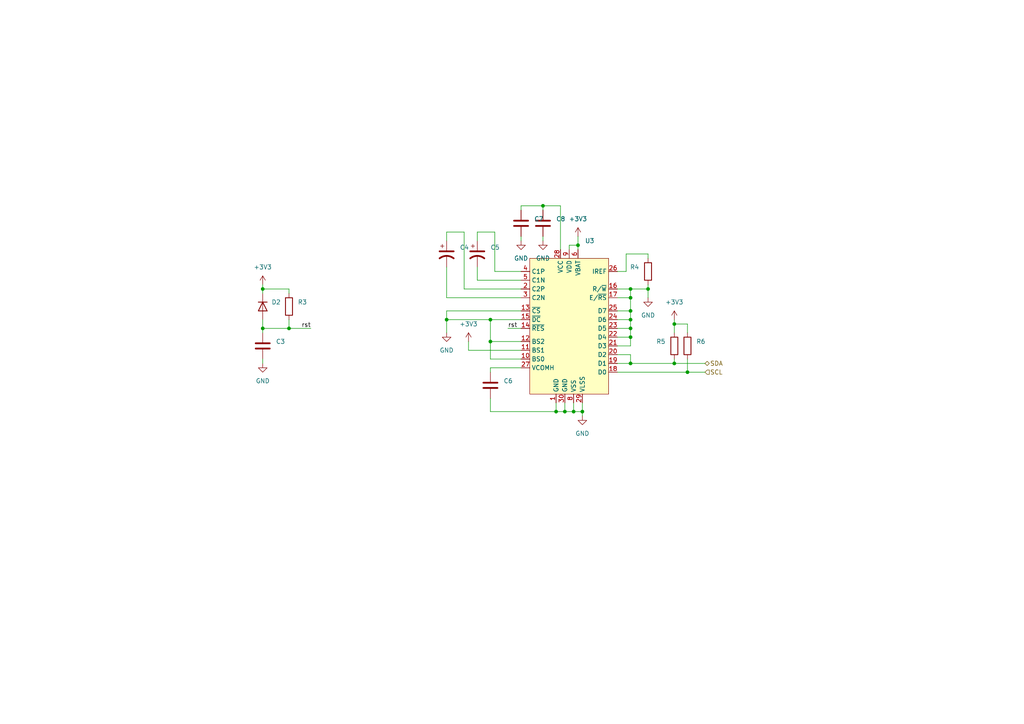
<source format=kicad_sch>
(kicad_sch (version 20211123) (generator eeschema)
  (paper "A4")
  (lib_symbols
    (symbol "Device:C" (pin_numbers hide) (pin_names (offset 0.254))
      (property "Reference" "C" (at 0.635 2.54 0))
      (property "Value" "C" (at 0.635 -2.54 0))
      (symbol "C_0_1"
        (polyline (pts (xy -2.032 -0.762) (xy 2.032 -0.762)) (stroke (width 0.508)))
        (polyline (pts (xy -2.032 0.762) (xy 2.032 0.762)) (stroke (width 0.508)))
      )
      (symbol "C_1_1"
        (pin passive line (at 0 3.81 270) (length 2.794) (name "~") (number "1"))
        (pin passive line (at 0 -3.81 90) (length 2.794) (name "~") (number "2"))
      )
    )
    (symbol "Device:C_Polarized_US" (pin_numbers hide) (pin_names (offset 0.254) hide)
      (property "Reference" "C" (at 0.635 2.54 0))
      (property "Value" "C_Polarized_US" (at 0.635 -2.54 0))
      (symbol "C_Polarized_US_0_1"
        (polyline (pts (xy -2.032 0.762) (xy 2.032 0.762)) (stroke (width 0.508)))
        (polyline (pts (xy -1.778 2.286) (xy -0.762 2.286)))
        (polyline (pts (xy -1.27 1.778) (xy -1.27 2.794)))
        (arc (start 2.032 -1.27) (mid 0 -0.5572) (end -2.032 -1.27) (stroke (width 0.508)))
      )
      (symbol "C_Polarized_US_1_1"
        (pin passive line (at 0 3.81 270) (length 2.794) (name "~") (number "1"))
        (pin passive line (at 0 -3.81 90) (length 3.302) (name "~") (number "2"))
      )
    )
    (symbol "Device:D" (pin_numbers hide) (pin_names (offset 1.016) hide)
      (property "Reference" "D" (at 0 2.54 0))
      (property "Value" "D" (at 0 -2.54 0))
      (symbol "D_0_1"
        (polyline (pts (xy -1.27 1.27) (xy -1.27 -1.27)) (stroke (width 0.254)))
        (polyline (pts (xy 1.27 0) (xy -1.27 0)))
        (polyline (pts (xy 1.27 1.27) (xy 1.27 -1.27) (xy -1.27 0) (xy 1.27 1.27)) (stroke (width 0.254)))
      )
      (symbol "D_1_1"
        (pin passive line (at -3.81 0 0) (length 2.54) (name "K") (number "1"))
        (pin passive line (at 3.81 0 180) (length 2.54) (name "A") (number "2"))
      )
    )
    (symbol "Device:R" (pin_numbers hide) (pin_names (offset 0))
      (property "Reference" "R" (at 2.032 0 90))
      (property "Value" "R" (at 0 0 90))
      (symbol "R_0_1"
        (rectangle (start -1.016 -2.54) (end 1.016 2.54) (stroke (width 0.254)))
      )
      (symbol "R_1_1"
        (pin passive line (at 0 3.81 270) (length 1.27) (name "~") (number "1"))
        (pin passive line (at 0 -3.81 90) (length 1.27) (name "~") (number "2"))
      )
    )
    (symbol "Mss_devices:SSD1306"
      (property "Reference" "U" (at -10.795 20.955 0))
      (property "Value" "SSD1306" (at 0 0 0))
      (symbol "SSD1306_0_0"
        (rectangle (start -11.43 20.32) (end 11.43 -19.05) (fill (type background)))
        (pin input line (at -13.97 11.43 0) (length 2.54) (name "C2P") (number "2"))
        (pin input line (at -13.97 8.89 0) (length 2.54) (name "C2N") (number "3"))
        (pin input line (at -1.27 -21.59 90) (length 2.54) (name "GND") (number "30"))
      )
      (symbol "SSD1306_1_1"
        (pin input line (at -3.81 -21.59 90) (length 2.54) (name "GND") (number "1"))
        (pin input line (at -13.97 -8.89 0) (length 2.54) (name "BS0") (number "10"))
        (pin input line (at -13.97 -6.35 0) (length 2.54) (name "BS1") (number "11"))
        (pin input line (at -13.97 -3.81 0) (length 2.54) (name "BS2") (number "12"))
        (pin input line (at -13.97 5.08 0) (length 2.54) (name "~{CS}") (number "13"))
        (pin input line (at -13.97 0 0) (length 2.54) (name "~{RES}") (number "14"))
        (pin input line (at -13.97 2.54 0) (length 2.54) (name "~{DC}") (number "15"))
        (pin input line (at 13.97 11.43 180) (length 2.54) (name "R/~{W}") (number "16"))
        (pin input line (at 13.97 8.89 180) (length 2.54) (name "E/~{RS}") (number "17"))
        (pin input line (at 13.97 -12.7 180) (length 2.54) (name "D0") (number "18"))
        (pin input line (at 13.97 -10.16 180) (length 2.54) (name "D1") (number "19"))
        (pin input line (at 13.97 -7.62 180) (length 2.54) (name "D2") (number "20"))
        (pin input line (at 13.97 -5.08 180) (length 2.54) (name "D3") (number "21"))
        (pin input line (at 13.97 -2.54 180) (length 2.54) (name "D4") (number "22"))
        (pin input line (at 13.97 0 180) (length 2.54) (name "D5") (number "23"))
        (pin input line (at 13.97 2.54 180) (length 2.54) (name "D6") (number "24"))
        (pin input line (at 13.97 5.08 180) (length 2.54) (name "D7") (number "25"))
        (pin input line (at 13.97 16.51 180) (length 2.54) (name "IREF") (number "26"))
        (pin input line (at -13.97 -11.43 0) (length 2.54) (name "VCOMH") (number "27"))
        (pin input line (at -2.54 22.86 270) (length 2.54) (name "VCC") (number "28"))
        (pin input line (at 3.81 -21.59 90) (length 2.54) (name "VLSS") (number "29"))
        (pin input line (at -13.97 16.51 0) (length 2.54) (name "C1P") (number "4"))
        (pin input line (at -13.97 13.97 0) (length 2.54) (name "C1N") (number "5"))
        (pin input line (at 2.54 22.86 270) (length 2.54) (name "VBAT") (number "6"))
        (pin no_connect line (at 8.89 -21.59 90) (length 2.54) hide (name "NC") (number "7"))
        (pin input line (at 1.27 -21.59 90) (length 2.54) (name "VSS") (number "8"))
        (pin input line (at 0 22.86 270) (length 2.54) (name "VDD") (number "9"))
      )
    )
    (symbol "power:+3V3" (power) (pin_names (offset 0))
      (property "Value" "+3V3" (at 0 3.556 0))
      (symbol "+3V3_0_1"
        (polyline (pts (xy -0.762 1.27) (xy 0 2.54)))
        (polyline (pts (xy 0 0) (xy 0 2.54)))
        (polyline (pts (xy 0 2.54) (xy 0.762 1.27)))
      )
      (symbol "+3V3_1_1"
        (pin power_in line (at 0 0 90) (length 0) hide (name "+3V3") (number "1"))
      )
    )
    (symbol "power:GND" (power) (pin_names (offset 0))
      (property "Value" "GND" (at 0 -3.81 0))
      (symbol "GND_0_1"
        (polyline (pts (xy 0 0) (xy 0 -1.27) (xy 1.27 -1.27) (xy 0 -2.54) (xy -1.27 -1.27) (xy 0 -1.27)))
      )
      (symbol "GND_1_1"
        (pin power_in line (at 0 0 270) (length 0) hide (name "GND") (number "1"))
      )
    )
  )
  (junction (at 157.48 59.69))
  (junction (at 182.88 86.36))
  (junction (at 182.88 95.25))
  (junction (at 166.37 119.38))
  (junction (at 182.88 92.71))
  (junction (at 199.39 107.95))
  (junction (at 168.91 119.38))
  (junction (at 129.54 92.71))
  (junction (at 187.96 83.82))
  (junction (at 167.64 71.12))
  (junction (at 195.58 93.98))
  (junction (at 182.88 105.41))
  (junction (at 76.2 95.25))
  (junction (at 142.24 92.71))
  (junction (at 182.88 83.82))
  (junction (at 195.58 105.41))
  (junction (at 83.82 95.25))
  (junction (at 182.88 97.79))
  (junction (at 163.83 119.38))
  (junction (at 161.29 119.38))
  (junction (at 182.88 90.17))
  (junction (at 76.2 83.82))
  (junction (at 142.24 99.06))
  (wire (pts (xy 179.07 105.41) (xy 182.88 105.41)))
  (wire (pts (xy 135.89 99.06) (xy 135.89 101.6)))
  (wire (pts (xy 182.88 97.79) (xy 182.88 95.25)))
  (wire (pts (xy 142.24 107.95) (xy 142.24 106.68)))
  (wire (pts (xy 151.13 99.06) (xy 142.24 99.06)))
  (wire (pts (xy 142.24 92.71) (xy 151.13 92.71)))
  (wire (pts (xy 83.82 85.09) (xy 83.82 83.82)))
  (wire (pts (xy 179.07 100.33) (xy 182.88 100.33)))
  (wire (pts (xy 199.39 104.14) (xy 199.39 107.95)))
  (wire (pts (xy 83.82 92.71) (xy 83.82 95.25)))
  (wire (pts (xy 157.48 59.69) (xy 157.48 60.96)))
  (wire (pts (xy 83.82 95.25) (xy 90.17 95.25)))
  (wire (pts (xy 161.29 119.38) (xy 163.83 119.38)))
  (wire (pts (xy 129.54 86.36) (xy 151.13 86.36)))
  (wire (pts (xy 182.88 83.82) (xy 182.88 86.36)))
  (wire (pts (xy 187.96 86.36) (xy 187.96 83.82)))
  (wire (pts (xy 76.2 92.71) (xy 76.2 95.25)))
  (wire (pts (xy 83.82 83.82) (xy 76.2 83.82)))
  (wire (pts (xy 138.43 81.28) (xy 138.43 77.47)))
  (wire (pts (xy 181.61 73.66) (xy 187.96 73.66)))
  (wire (pts (xy 129.54 92.71) (xy 142.24 92.71)))
  (wire (pts (xy 151.13 78.74) (xy 143.51 78.74)))
  (wire (pts (xy 199.39 93.98) (xy 195.58 93.98)))
  (wire (pts (xy 199.39 107.95) (xy 179.07 107.95)))
  (wire (pts (xy 199.39 96.52) (xy 199.39 93.98)))
  (wire (pts (xy 195.58 105.41) (xy 182.88 105.41)))
  (wire (pts (xy 165.1 71.12) (xy 167.64 71.12)))
  (wire (pts (xy 163.83 116.84) (xy 163.83 119.38)))
  (wire (pts (xy 195.58 105.41) (xy 204.47 105.41)))
  (wire (pts (xy 182.88 92.71) (xy 182.88 90.17)))
  (wire (pts (xy 182.88 86.36) (xy 179.07 86.36)))
  (wire (pts (xy 142.24 115.57) (xy 142.24 119.38)))
  (wire (pts (xy 151.13 68.58) (xy 151.13 69.85)))
  (wire (pts (xy 142.24 104.14) (xy 142.24 99.06)))
  (wire (pts (xy 179.07 95.25) (xy 182.88 95.25)))
  (wire (pts (xy 134.62 67.31) (xy 129.54 67.31)))
  (wire (pts (xy 181.61 78.74) (xy 181.61 73.66)))
  (wire (pts (xy 134.62 83.82) (xy 134.62 67.31)))
  (wire (pts (xy 138.43 67.31) (xy 138.43 69.85)))
  (wire (pts (xy 199.39 107.95) (xy 204.47 107.95)))
  (wire (pts (xy 187.96 83.82) (xy 182.88 83.82)))
  (wire (pts (xy 167.64 71.12) (xy 167.64 68.58)))
  (wire (pts (xy 129.54 90.17) (xy 129.54 92.71)))
  (wire (pts (xy 142.24 106.68) (xy 151.13 106.68)))
  (wire (pts (xy 76.2 95.25) (xy 76.2 96.52)))
  (wire (pts (xy 166.37 119.38) (xy 168.91 119.38)))
  (wire (pts (xy 142.24 99.06) (xy 142.24 92.71)))
  (wire (pts (xy 151.13 81.28) (xy 138.43 81.28)))
  (wire (pts (xy 166.37 116.84) (xy 166.37 119.38)))
  (wire (pts (xy 151.13 59.69) (xy 157.48 59.69)))
  (wire (pts (xy 143.51 67.31) (xy 138.43 67.31)))
  (wire (pts (xy 182.88 90.17) (xy 179.07 90.17)))
  (wire (pts (xy 162.56 72.39) (xy 162.56 59.69)))
  (wire (pts (xy 179.07 97.79) (xy 182.88 97.79)))
  (wire (pts (xy 195.58 93.98) (xy 195.58 96.52)))
  (wire (pts (xy 142.24 119.38) (xy 161.29 119.38)))
  (wire (pts (xy 129.54 77.47) (xy 129.54 86.36)))
  (wire (pts (xy 76.2 83.82) (xy 76.2 85.09)))
  (wire (pts (xy 179.07 102.87) (xy 182.88 102.87)))
  (wire (pts (xy 151.13 83.82) (xy 134.62 83.82)))
  (wire (pts (xy 157.48 68.58) (xy 157.48 69.85)))
  (wire (pts (xy 129.54 67.31) (xy 129.54 69.85)))
  (wire (pts (xy 76.2 82.55) (xy 76.2 83.82)))
  (wire (pts (xy 182.88 95.25) (xy 182.88 92.71)))
  (wire (pts (xy 179.07 78.74) (xy 181.61 78.74)))
  (wire (pts (xy 195.58 92.71) (xy 195.58 93.98)))
  (wire (pts (xy 187.96 82.55) (xy 187.96 83.82)))
  (wire (pts (xy 163.83 119.38) (xy 166.37 119.38)))
  (wire (pts (xy 151.13 60.96) (xy 151.13 59.69)))
  (wire (pts (xy 151.13 104.14) (xy 142.24 104.14)))
  (wire (pts (xy 165.1 72.39) (xy 165.1 71.12)))
  (wire (pts (xy 76.2 104.14) (xy 76.2 105.41)))
  (wire (pts (xy 179.07 83.82) (xy 182.88 83.82)))
  (wire (pts (xy 147.32 95.25) (xy 151.13 95.25)))
  (wire (pts (xy 135.89 101.6) (xy 151.13 101.6)))
  (wire (pts (xy 161.29 116.84) (xy 161.29 119.38)))
  (wire (pts (xy 182.88 102.87) (xy 182.88 105.41)))
  (wire (pts (xy 195.58 104.14) (xy 195.58 105.41)))
  (wire (pts (xy 182.88 100.33) (xy 182.88 97.79)))
  (wire (pts (xy 76.2 95.25) (xy 83.82 95.25)))
  (wire (pts (xy 151.13 90.17) (xy 129.54 90.17)))
  (wire (pts (xy 129.54 92.71) (xy 129.54 96.52)))
  (wire (pts (xy 179.07 92.71) (xy 182.88 92.71)))
  (wire (pts (xy 187.96 73.66) (xy 187.96 74.93)))
  (wire (pts (xy 182.88 86.36) (xy 182.88 90.17)))
  (wire (pts (xy 143.51 78.74) (xy 143.51 67.31)))
  (wire (pts (xy 168.91 116.84) (xy 168.91 119.38)))
  (wire (pts (xy 162.56 59.69) (xy 157.48 59.69)))
  (wire (pts (xy 168.91 119.38) (xy 168.91 120.65)))
  (wire (pts (xy 167.64 72.39) (xy 167.64 71.12)))
  (label "rst" (at 147.32 95.25 0))
  (label "rst" (at 90.17 95.25 180))
  (hierarchical_label "SCL" (shape input) (at 204.47 107.95 0))
  (hierarchical_label "SDA" (shape bidirectional) (at 204.47 105.41 0))
  (symbol (lib_id "power:GND") (at 76.2 105.41 0) (unit 1)
    (property "Reference" "#PWR0123" (effects hide))
    (property "Value" "~" (at 76.2 110.49 0))
  )
  (symbol (lib_id "Device:C") (at 142.24 111.76 0) (unit 1)
    (property "Reference" "C6" (at 146.05 110.4899 0) (effects (justify left)))
  )
  (symbol (lib_id "power:+3V3") (at 195.58 92.71 0) (unit 1)
    (property "Reference" "#PWR0116" (effects hide))
    (property "Value" "+3V3" (at 195.58 87.63 0))
  )
  (symbol (lib_id "power:+3V3") (at 135.89 99.06 0) (unit 1)
    (property "Reference" "#PWR0121" (effects hide))
    (property "Value" "+3V3" (at 135.89 93.98 0))
  )
  (symbol (lib_id "Device:C_Polarized_US") (at 129.54 73.66 0) (unit 1)
    (property "Reference" "C4" (at 133.35 71.7549 0) (effects (justify left)))
  )
  (symbol (lib_id "power:GND") (at 157.48 69.85 0) (unit 1)
    (property "Reference" "#PWR0119" (effects hide))
    (property "Value" "~" (at 157.48 74.93 0))
  )
  (symbol (lib_id "Device:C_Polarized_US") (at 138.43 73.66 0) (unit 1)
    (property "Reference" "C5" (at 142.24 71.7549 0) (effects (justify left)))
  )
  (symbol (lib_id "Device:R") (at 83.82 88.9 0) (unit 1)
    (property "Reference" "R3" (at 86.36 87.6299 0) (effects (justify left)))
  )
  (symbol (lib_id "Device:C") (at 76.2 100.33 0) (unit 1)
    (property "Reference" "C3" (at 80.01 99.0599 0) (effects (justify left)))
  )
  (symbol (lib_id "Device:C") (at 151.13 64.77 0) (unit 1)
    (property "Reference" "C7" (at 154.94 63.4999 0) (effects (justify left)))
  )
  (symbol (lib_id "Device:R") (at 187.96 78.74 0) (unit 1)
    (property "Reference" "R4" (at 185.42 77.4699 0) (effects (justify right)))
  )
  (symbol (lib_id "Device:R") (at 199.39 100.33 0) (unit 1)
    (property "Reference" "R6" (at 201.93 99.0599 0) (effects (justify left)))
  )
  (symbol (lib_id "Device:C") (at 157.48 64.77 0) (unit 1)
    (property "Reference" "C8" (at 161.29 63.4999 0) (effects (justify left)))
  )
  (symbol (lib_id "power:+3V3") (at 167.64 68.58 0) (unit 1)
    (property "Reference" "#PWR0117" (effects hide))
    (property "Value" "+3V3" (at 167.64 63.5 0))
  )
  (symbol (lib_id "power:GND") (at 168.91 120.65 0) (unit 1)
    (property "Reference" "#PWR0120" (effects hide))
    (property "Value" "~" (at 168.91 125.73 0))
  )
  (symbol (lib_id "Device:D") (at 76.2 88.9 270) (unit 1)
    (property "Reference" "D2" (at 78.74 87.6299 90) (effects (justify left)))
  )
  (symbol (lib_id "power:+3V3") (at 76.2 82.55 0) (unit 1)
    (property "Reference" "#PWR0124" (effects hide))
    (property "Value" "+3V3" (at 76.2 77.47 0))
  )
  (symbol (lib_id "power:GND") (at 187.96 86.36 0) (unit 1)
    (property "Reference" "#PWR0115" (effects hide))
  )
  (symbol (lib_id "Device:R") (at 195.58 100.33 0) (unit 1)
    (property "Reference" "R5" (at 193.04 99.0599 0) (effects (justify right)))
  )
  (symbol (lib_id "power:GND") (at 129.54 96.52 0) (unit 1)
    (property "Reference" "#PWR0122" (effects hide))
    (property "Value" "~" (at 129.54 101.6 0))
  )
  (symbol (lib_id "Mss_devices:SSD1306") (at 165.1 95.25 0) (unit 1)
    (property "Reference" "U3" (at 169.6594 69.85 0) (effects (justify left)))
    (property "Datasheet" "http://wiki.sunfounder.cc/images/5/5c/SSD1306_datasheet.pdf" (effects hide))
  )
  (symbol (lib_id "power:GND") (at 151.13 69.85 0) (unit 1)
    (property "Reference" "#PWR0118" (effects hide))
    (property "Value" "~" (at 151.13 74.93 0))
  )
)
</source>
